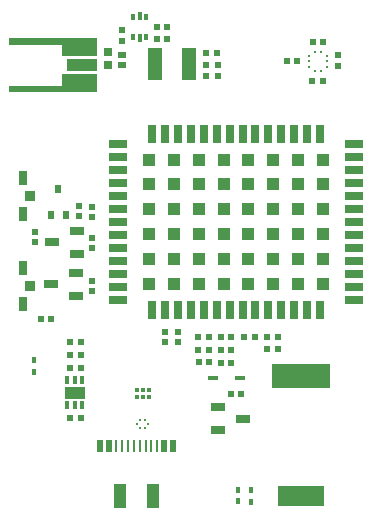
<source format=gbr>
%TF.GenerationSoftware,Altium Limited,Altium Designer,23.9.2 (47)*%
G04 Layer_Color=128*
%FSLAX45Y45*%
%MOMM*%
%TF.SameCoordinates,C6D65D71-24B2-464F-8DE7-77A712877E08*%
%TF.FilePolarity,Positive*%
%TF.FileFunction,Paste,Bot*%
%TF.Part,Single*%
G01*
G75*
%TA.AperFunction,SMDPad,CuDef*%
%ADD15R,0.62000X0.62000*%
%ADD16R,0.55000X0.60000*%
%ADD20R,0.35000X0.65000*%
%ADD21R,1.70000X1.10000*%
%ADD22R,0.62000X0.62000*%
%ADD26R,0.60000X0.55000*%
%ADD33R,1.20000X0.65000*%
%ADD34R,0.32000X0.51000*%
%ADD36R,0.84000X0.46000*%
%ADD69R,0.90000X0.90000*%
%ADD70R,0.80000X1.20000*%
%TA.AperFunction,BGAPad,CuDef*%
%ADD71R,1.10000X1.10000*%
%TA.AperFunction,SMDPad,CuDef*%
%ADD72R,0.80000X1.50000*%
%ADD73R,1.50000X0.80000*%
%ADD74R,0.27500X0.25000*%
%ADD75R,4.00000X1.70000*%
%ADD76R,0.65000X0.70000*%
%ADD78R,0.42500X0.37000*%
%TA.AperFunction,ConnectorPad*%
%ADD79R,0.52000X1.00000*%
%TA.AperFunction,SMDPad,CuDef*%
%ADD80R,0.25000X0.20000*%
%TA.AperFunction,ConnectorPad*%
%ADD81R,1.00000X2.00000*%
%ADD82R,0.27000X1.00000*%
%ADD83R,2.60000X1.10000*%
%TA.AperFunction,SMDPad,CuDef*%
%ADD84R,0.25000X0.27500*%
%ADD85R,0.50000X0.75000*%
%ADD86R,0.66000X0.50000*%
%ADD87R,0.37500X0.50000*%
%ADD88R,0.30000X0.65000*%
%ADD89R,5.00000X2.00000*%
%ADD90R,1.25000X2.75000*%
G36*
X27500Y4147500D02*
Y4092500D01*
X477500D01*
Y3992500D01*
X777500D01*
Y4147500D01*
X27500D01*
D02*
G37*
G36*
X477500Y3842500D02*
Y3742500D01*
X27500D01*
Y3687500D01*
X777500D01*
Y3842500D01*
X477500D01*
D02*
G37*
D15*
X2691040Y4115100D02*
D03*
X1790740Y4021680D02*
D03*
X2307937Y1614901D02*
D03*
X2307545Y1513683D02*
D03*
X2015610Y1614901D02*
D03*
X1720951Y1616385D02*
D03*
X635200Y1575540D02*
D03*
Y1465540D02*
D03*
X635200Y1355540D02*
D03*
X634362Y935424D02*
D03*
X1698740Y4021680D02*
D03*
X542362Y935424D02*
D03*
X543200Y1355540D02*
D03*
X543200Y1465540D02*
D03*
Y1575540D02*
D03*
X2215937Y1614901D02*
D03*
X2107610D02*
D03*
X2215545Y1513683D02*
D03*
X1628951Y1616385D02*
D03*
X2599040Y4115100D02*
D03*
D16*
X733624Y2374172D02*
D03*
X731188Y2006233D02*
D03*
X1798320Y3916000D02*
D03*
Y3831000D02*
D03*
X1699260Y3916000D02*
D03*
Y3831000D02*
D03*
X622267Y2722492D02*
D03*
Y2637492D02*
D03*
X246508Y2420142D02*
D03*
Y2505143D02*
D03*
X731188Y2091233D02*
D03*
X733624Y2459172D02*
D03*
X730915Y2720460D02*
D03*
Y2635460D02*
D03*
X1456622Y1660149D02*
D03*
Y1575149D02*
D03*
X1346622D02*
D03*
Y1660149D02*
D03*
D20*
X649200Y1250540D02*
D03*
X519200Y1040540D02*
D03*
X584200D02*
D03*
X649200D02*
D03*
X584200Y1250540D02*
D03*
X519200D02*
D03*
D21*
X584200Y1145540D02*
D03*
D22*
X2815040Y4001100D02*
D03*
X982213Y4213511D02*
D03*
Y4121511D02*
D03*
X2815040Y3909100D02*
D03*
D26*
X1717993Y1506355D02*
D03*
X1368988Y4241701D02*
D03*
X1368848Y4142850D02*
D03*
X1283848D02*
D03*
X1283988Y4241701D02*
D03*
X1718703Y1401256D02*
D03*
X1633703D02*
D03*
X1632993Y1506355D02*
D03*
X382500Y1770000D02*
D03*
X297500D02*
D03*
X1993220Y1135380D02*
D03*
X1908220D02*
D03*
X1908707Y1400638D02*
D03*
X1823707D02*
D03*
X1822888Y1616310D02*
D03*
X1907888D02*
D03*
X1823237Y1504988D02*
D03*
X1908237D02*
D03*
X2380660Y3949700D02*
D03*
X2465660D02*
D03*
X2683385Y3787020D02*
D03*
X2598385D02*
D03*
D33*
X602190Y2322653D02*
D03*
X596885Y1966060D02*
D03*
X2007540Y924200D02*
D03*
X1797540Y1020200D02*
D03*
Y828200D02*
D03*
X386885Y2062060D02*
D03*
X596885Y2158060D02*
D03*
X392190Y2418653D02*
D03*
X602190Y2514653D02*
D03*
D34*
X1963882Y225058D02*
D03*
X2075369Y224251D02*
D03*
X241300Y1319060D02*
D03*
X2075369Y324251D02*
D03*
X1963882Y325058D02*
D03*
X241300Y1419060D02*
D03*
D36*
X1752540Y1271300D02*
D03*
X1982540D02*
D03*
D69*
X205000Y2050000D02*
D03*
Y2810000D02*
D03*
D70*
X150000Y2200000D02*
D03*
Y1900000D02*
D03*
Y2660000D02*
D03*
Y2960000D02*
D03*
D71*
X2055820Y2489120D02*
D03*
Y2279120D02*
D03*
Y2069120D02*
D03*
X1845820D02*
D03*
Y2279120D02*
D03*
Y2489120D02*
D03*
X1215820Y2069120D02*
D03*
X1425820D02*
D03*
X1635820D02*
D03*
X2265820D02*
D03*
X2475820D02*
D03*
X2685820D02*
D03*
Y2279120D02*
D03*
X2475820D02*
D03*
X2265820D02*
D03*
X1635820D02*
D03*
X1425820D02*
D03*
X1215820D02*
D03*
Y2489120D02*
D03*
X1425820D02*
D03*
X1635820D02*
D03*
X2265820D02*
D03*
X2475820D02*
D03*
X2685820D02*
D03*
Y2699120D02*
D03*
X2475820D02*
D03*
X2265820D02*
D03*
X2055820D02*
D03*
X1845820D02*
D03*
X1635820D02*
D03*
X1425820D02*
D03*
X1215820D02*
D03*
Y2909120D02*
D03*
X1425820Y3119120D02*
D03*
Y2909120D02*
D03*
X1635820D02*
D03*
Y3119120D02*
D03*
X1845820D02*
D03*
Y2909120D02*
D03*
X2055820D02*
D03*
Y3119120D02*
D03*
X2265820D02*
D03*
Y2909120D02*
D03*
X2475820D02*
D03*
Y3119120D02*
D03*
X2685820D02*
D03*
Y2909120D02*
D03*
X1215820Y3119120D02*
D03*
D72*
X1235820Y3339120D02*
D03*
X1345820D02*
D03*
X1455820D02*
D03*
X1565820D02*
D03*
X1675820D02*
D03*
X1785820D02*
D03*
X1895820D02*
D03*
X2005820D02*
D03*
X2115820D02*
D03*
X2225820D02*
D03*
X2335820D02*
D03*
X2445820D02*
D03*
X2555820D02*
D03*
X2665820D02*
D03*
Y1849120D02*
D03*
X2555820D02*
D03*
X2445820D02*
D03*
X2335820D02*
D03*
X2225820D02*
D03*
X2115820D02*
D03*
X2005820D02*
D03*
X1895820D02*
D03*
X1785820D02*
D03*
X1675820D02*
D03*
X1565820D02*
D03*
X1455820D02*
D03*
X1345820D02*
D03*
X1235820D02*
D03*
D73*
X2945820Y3254120D02*
D03*
Y3144120D02*
D03*
Y3034120D02*
D03*
Y2924120D02*
D03*
Y2814120D02*
D03*
Y2704120D02*
D03*
Y2594120D02*
D03*
Y2484120D02*
D03*
Y2374120D02*
D03*
Y2264120D02*
D03*
Y2154120D02*
D03*
Y2044120D02*
D03*
Y1934120D02*
D03*
X955820D02*
D03*
Y2044120D02*
D03*
Y2154120D02*
D03*
Y2264120D02*
D03*
Y2374120D02*
D03*
Y2484120D02*
D03*
Y2594120D02*
D03*
Y2704120D02*
D03*
Y2814120D02*
D03*
Y2924120D02*
D03*
Y3034120D02*
D03*
Y3144120D02*
D03*
Y3254120D02*
D03*
D74*
X2720740Y3999600D02*
D03*
Y3949600D02*
D03*
X2568340Y3999600D02*
D03*
Y3899600D02*
D03*
Y3949600D02*
D03*
X2720740Y3899600D02*
D03*
D75*
X2505000Y270000D02*
D03*
D76*
X864115Y4027500D02*
D03*
Y3917500D02*
D03*
D78*
X1164120Y1104900D02*
D03*
X1214120Y1172300D02*
D03*
X1164120D02*
D03*
X1114120D02*
D03*
Y1104900D02*
D03*
X1214120D02*
D03*
D79*
X1420000Y692500D02*
D03*
X800000D02*
D03*
X1345000D02*
D03*
X875000D02*
D03*
D80*
X1205702Y878967D02*
D03*
X1113702D02*
D03*
X1179702Y842967D02*
D03*
X1139702D02*
D03*
Y914967D02*
D03*
X1179702D02*
D03*
D81*
X1250000Y272500D02*
D03*
X970000D02*
D03*
D82*
X1285000Y692500D02*
D03*
X935000D02*
D03*
X1235000D02*
D03*
X1185000D02*
D03*
X1135000D02*
D03*
X1085000D02*
D03*
X1035000D02*
D03*
X985000D02*
D03*
D83*
X647500Y3917500D02*
D03*
D84*
X2669540Y3873300D02*
D03*
X2619540D02*
D03*
Y4025900D02*
D03*
X2669540D02*
D03*
D85*
X511245Y2646387D02*
D03*
X381245D02*
D03*
X446245Y2866387D02*
D03*
D86*
X982500Y3917500D02*
D03*
Y4007500D02*
D03*
D87*
X1190360Y4324660D02*
D03*
X1082860D02*
D03*
Y4154660D02*
D03*
X1190360D02*
D03*
D88*
X1136560Y4332160D02*
D03*
Y4147160D02*
D03*
D89*
X2505000Y1285000D02*
D03*
D90*
X1554109Y3926578D02*
D03*
X1264109D02*
D03*
%TF.MD5,a779f191cb95e899753c9fd85e35533a*%
M02*

</source>
